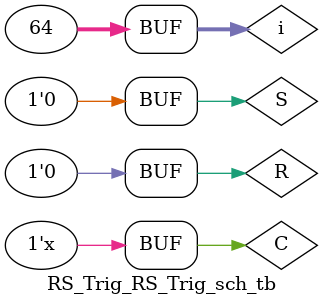
<source format=v>

`timescale 1ns / 1ps
module RS_Trig_RS_Trig_sch_tb();

// Inputs
   reg S;
   reg R;
   reg C;

// Output
   wire Y;
   wire Q;
   wire Qn;

// Bidirs

// Instantiate the UUT
   RS_Trig UUT (
		.S(S), 
		.R(R), 
		.C(C), 
		.Y(Y), 
		.Q(Q), 
		.Qn(Qn)
   );
	integer i;
// Initialize Inputs
 //  `ifdef auto_init
       initial begin
		S = 0;
		R = 0;
		C = 0;
		#40;
		S=0;
		R=0;
		#100;
		S=1;
		R=0;
		#100;
		S=0;
		R=0;
		#100;
		S=0;
		R=1;
		#100;
		
		S=0;
		R=0;
		#205;
		
		S=1;
		R=0;
		#10;
		S=0;
		R=1;
		#10;
		S=0;
		R=0;
		#80;
		S=1;
		R=0;
		#10;
		S=0;
		R=0;
		#145;
		S=1;
		R=1;
		#100;
		S=0;
		R=0;
		#100;
		end
		always @*
		for(i=0;i<64;i=i+1)begin
		#50;
			C<=~C;
		end
 //  `endif
endmodule

</source>
